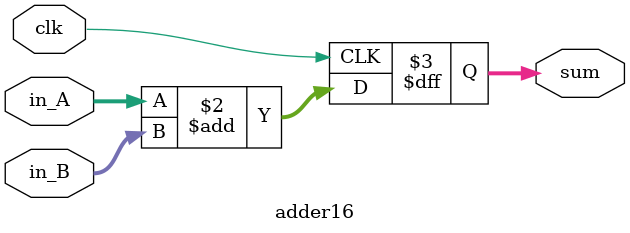
<source format=v>
`timescale 1ns/10ps

module adder16(clk, in_A, in_B, sum);
	input			clk;
	input [15:0] 	in_A, in_B;
	output [15:0]	sum;
	
	reg [15:0]		sum;
	
	always @(posedge clk) begin
		sum <= in_A + in_B;
	end
endmodule


</source>
